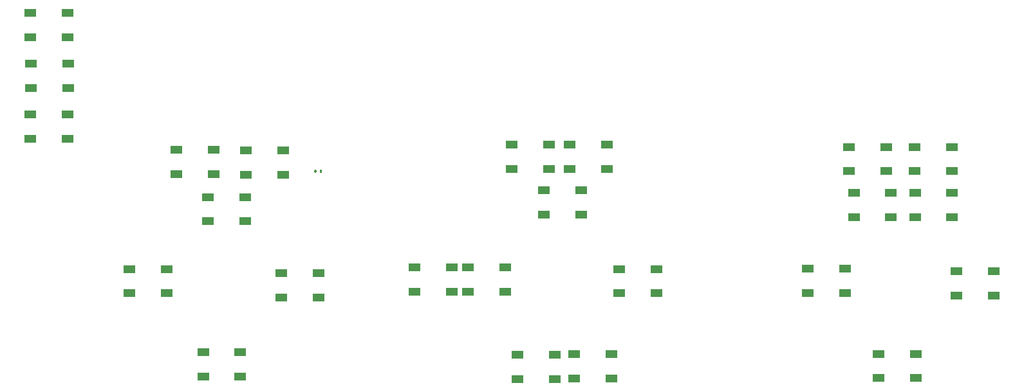
<source format=gbr>
%TF.GenerationSoftware,KiCad,Pcbnew,(5.1.6)-1*%
%TF.CreationDate,2020-11-25T09:57:01+11:00*%
%TF.ProjectId,ELEC Panel Panel PCB V1,454c4543-2050-4616-9e65-6c2050616e65,rev?*%
%TF.SameCoordinates,Original*%
%TF.FileFunction,Paste,Top*%
%TF.FilePolarity,Positive*%
%FSLAX46Y46*%
G04 Gerber Fmt 4.6, Leading zero omitted, Abs format (unit mm)*
G04 Created by KiCad (PCBNEW (5.1.6)-1) date 2020-11-25 09:57:01*
%MOMM*%
%LPD*%
G01*
G04 APERTURE LIST*
%ADD10R,1.500000X1.000000*%
G04 APERTURE END LIST*
%TO.C,R1*%
G36*
G01*
X70029800Y-120193500D02*
X70029800Y-120394500D01*
G75*
G02*
X69950300Y-120474000I-79500J0D01*
G01*
X69791300Y-120474000D01*
G75*
G02*
X69711800Y-120394500I0J79500D01*
G01*
X69711800Y-120193500D01*
G75*
G02*
X69791300Y-120114000I79500J0D01*
G01*
X69950300Y-120114000D01*
G75*
G02*
X70029800Y-120193500I0J-79500D01*
G01*
G37*
G36*
G01*
X70719800Y-120193500D02*
X70719800Y-120394500D01*
G75*
G02*
X70640300Y-120474000I-79500J0D01*
G01*
X70481300Y-120474000D01*
G75*
G02*
X70401800Y-120394500I0J79500D01*
G01*
X70401800Y-120193500D01*
G75*
G02*
X70481300Y-120114000I79500J0D01*
G01*
X70640300Y-120114000D01*
G75*
G02*
X70719800Y-120193500I0J-79500D01*
G01*
G37*
%TD*%
D10*
%TO.C,D25*%
X140667000Y-123165000D03*
X140667000Y-126365000D03*
X145567000Y-123165000D03*
X145567000Y-126365000D03*
%TD*%
%TO.C,D24*%
X134622000Y-133147000D03*
X134622000Y-136347000D03*
X139522000Y-133147000D03*
X139522000Y-136347000D03*
%TD*%
%TO.C,D23*%
X143905000Y-144348000D03*
X143905000Y-147548000D03*
X148805000Y-144348000D03*
X148805000Y-147548000D03*
%TD*%
%TO.C,D22*%
X154180000Y-133452000D03*
X154180000Y-136652000D03*
X159080000Y-133452000D03*
X159080000Y-136652000D03*
%TD*%
%TO.C,D21*%
X148717000Y-123139000D03*
X148717000Y-126339000D03*
X153617000Y-123139000D03*
X153617000Y-126339000D03*
%TD*%
%TO.C,D20*%
X148705000Y-117094000D03*
X148705000Y-120294000D03*
X153605000Y-117094000D03*
X153605000Y-120294000D03*
%TD*%
%TO.C,D19*%
X140005000Y-117094000D03*
X140005000Y-120294000D03*
X144905000Y-117094000D03*
X144905000Y-120294000D03*
%TD*%
%TO.C,D18*%
X89918200Y-132969000D03*
X89918200Y-136169000D03*
X94818200Y-132969000D03*
X94818200Y-136169000D03*
%TD*%
%TO.C,D17*%
X82880200Y-132994000D03*
X82880200Y-136194000D03*
X87780200Y-132994000D03*
X87780200Y-136194000D03*
%TD*%
%TO.C,D16*%
X96443800Y-144450000D03*
X96443800Y-147650000D03*
X101343800Y-144450000D03*
X101343800Y-147650000D03*
%TD*%
%TO.C,D15*%
X103914000Y-144424000D03*
X103914000Y-147624000D03*
X108814000Y-144424000D03*
X108814000Y-147624000D03*
%TD*%
%TO.C,D14*%
X109793000Y-133172000D03*
X109793000Y-136372000D03*
X114693000Y-133172000D03*
X114693000Y-136372000D03*
%TD*%
%TO.C,D13*%
X99926000Y-122809000D03*
X99926000Y-126009000D03*
X104826000Y-122809000D03*
X104826000Y-126009000D03*
%TD*%
%TO.C,D12*%
X103304000Y-116789000D03*
X103304000Y-119989000D03*
X108204000Y-116789000D03*
X108204000Y-119989000D03*
%TD*%
%TO.C,D11*%
X95644800Y-116789000D03*
X95644800Y-119989000D03*
X100544800Y-116789000D03*
X100544800Y-119989000D03*
%TD*%
%TO.C,D10*%
X45392000Y-133172000D03*
X45392000Y-136372000D03*
X50292000Y-133172000D03*
X50292000Y-136372000D03*
%TD*%
%TO.C,D9*%
X55069400Y-144120000D03*
X55069400Y-147320000D03*
X59969400Y-144120000D03*
X59969400Y-147320000D03*
%TD*%
%TO.C,D8*%
X65331000Y-133731000D03*
X65331000Y-136931000D03*
X70231000Y-133731000D03*
X70231000Y-136931000D03*
%TD*%
%TO.C,D7*%
X55716000Y-123698000D03*
X55716000Y-126898000D03*
X60616000Y-123698000D03*
X60616000Y-126898000D03*
%TD*%
%TO.C,D6*%
X60680600Y-117551000D03*
X60680600Y-120751000D03*
X65580600Y-117551000D03*
X65580600Y-120751000D03*
%TD*%
%TO.C,D5*%
X51550400Y-117501000D03*
X51550400Y-120701000D03*
X56450400Y-117501000D03*
X56450400Y-120701000D03*
%TD*%
%TO.C,D4*%
X32311000Y-112802000D03*
X32311000Y-116002000D03*
X37211000Y-112802000D03*
X37211000Y-116002000D03*
%TD*%
%TO.C,D3*%
X32398800Y-106096000D03*
X32398800Y-109296000D03*
X37298800Y-106096000D03*
X37298800Y-109296000D03*
%TD*%
%TO.C,D2*%
X32373400Y-99467000D03*
X32373400Y-102667000D03*
X37273400Y-99467000D03*
X37273400Y-102667000D03*
%TD*%
M02*

</source>
